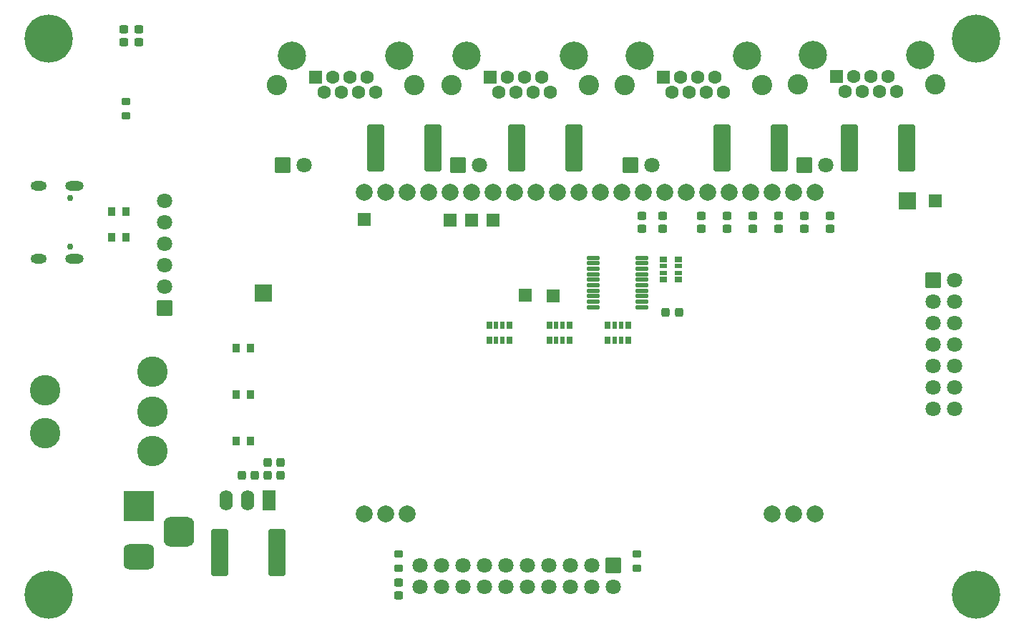
<source format=gbs>
%TF.GenerationSoftware,KiCad,Pcbnew,9.0.4*%
%TF.CreationDate,2025-09-16T13:45:21-04:00*%
%TF.ProjectId,cern-display-controller,6365726e-2d64-4697-9370-6c61792d636f,rev?*%
%TF.SameCoordinates,Original*%
%TF.FileFunction,Soldermask,Bot*%
%TF.FilePolarity,Negative*%
%FSLAX46Y46*%
G04 Gerber Fmt 4.6, Leading zero omitted, Abs format (unit mm)*
G04 Created by KiCad (PCBNEW 9.0.4) date 2025-09-16 13:45:21*
%MOMM*%
%LPD*%
G01*
G04 APERTURE LIST*
G04 Aperture macros list*
%AMRoundRect*
0 Rectangle with rounded corners*
0 $1 Rounding radius*
0 $2 $3 $4 $5 $6 $7 $8 $9 X,Y pos of 4 corners*
0 Add a 4 corners polygon primitive as box body*
4,1,4,$2,$3,$4,$5,$6,$7,$8,$9,$2,$3,0*
0 Add four circle primitives for the rounded corners*
1,1,$1+$1,$2,$3*
1,1,$1+$1,$4,$5*
1,1,$1+$1,$6,$7*
1,1,$1+$1,$8,$9*
0 Add four rect primitives between the rounded corners*
20,1,$1+$1,$2,$3,$4,$5,0*
20,1,$1+$1,$4,$5,$6,$7,0*
20,1,$1+$1,$6,$7,$8,$9,0*
20,1,$1+$1,$8,$9,$2,$3,0*%
G04 Aperture macros list end*
%ADD10C,0.751600*%
%ADD11O,2.201600X1.101600*%
%ADD12O,1.901600X1.101600*%
%ADD13C,3.601600*%
%ADD14C,3.351600*%
%ADD15RoundRect,0.050800X-0.750000X-0.750000X0.750000X-0.750000X0.750000X0.750000X-0.750000X0.750000X0*%
%ADD16C,1.601600*%
%ADD17C,2.401600*%
%ADD18C,3.701600*%
%ADD19C,5.701600*%
%ADD20C,2.006600*%
%ADD21RoundRect,0.050800X0.750000X1.150000X-0.750000X1.150000X-0.750000X-1.150000X0.750000X-1.150000X0*%
%ADD22O,1.601600X2.401600*%
%ADD23RoundRect,0.050800X0.850000X-0.850000X0.850000X0.850000X-0.850000X0.850000X-0.850000X-0.850000X0*%
%ADD24C,1.801600*%
%ADD25RoundRect,0.050800X-0.850000X0.850000X-0.850000X-0.850000X0.850000X-0.850000X0.850000X0.850000X0*%
%ADD26RoundRect,0.050800X-0.850000X-0.850000X0.850000X-0.850000X0.850000X0.850000X-0.850000X0.850000X0*%
%ADD27RoundRect,0.050800X1.750000X-1.750000X1.750000X1.750000X-1.750000X1.750000X-1.750000X-1.750000X0*%
%ADD28RoundRect,0.775400X1.025400X-0.775400X1.025400X0.775400X-1.025400X0.775400X-1.025400X-0.775400X0*%
%ADD29RoundRect,0.900400X0.900400X-0.900400X0.900400X0.900400X-0.900400X0.900400X-0.900400X-0.900400X0*%
%ADD30RoundRect,0.050800X0.850000X0.850000X-0.850000X0.850000X-0.850000X-0.850000X0.850000X-0.850000X0*%
%ADD31RoundRect,0.250400X-0.250400X-0.275400X0.250400X-0.275400X0.250400X0.275400X-0.250400X0.275400X0*%
%ADD32RoundRect,0.225400X-0.225400X-0.300400X0.225400X-0.300400X0.225400X0.300400X-0.225400X0.300400X0*%
%ADD33RoundRect,0.225400X-0.300400X0.225400X-0.300400X-0.225400X0.300400X-0.225400X0.300400X0.225400X0*%
%ADD34RoundRect,0.050800X-0.250000X0.400000X-0.250000X-0.400000X0.250000X-0.400000X0.250000X0.400000X0*%
%ADD35RoundRect,0.050800X-0.200000X0.400000X-0.200000X-0.400000X0.200000X-0.400000X0.200000X0.400000X0*%
%ADD36RoundRect,0.263195X0.750105X2.512605X-0.750105X2.512605X-0.750105X-2.512605X0.750105X-2.512605X0*%
%ADD37RoundRect,0.250400X-0.275400X0.250400X-0.275400X-0.250400X0.275400X-0.250400X0.275400X0.250400X0*%
%ADD38RoundRect,0.250400X0.275400X-0.250400X0.275400X0.250400X-0.275400X0.250400X-0.275400X-0.250400X0*%
%ADD39RoundRect,0.125400X-0.662900X-0.125400X0.662900X-0.125400X0.662900X0.125400X-0.662900X0.125400X0*%
%ADD40RoundRect,0.050800X0.750000X0.750000X-0.750000X0.750000X-0.750000X-0.750000X0.750000X-0.750000X0*%
%ADD41RoundRect,0.050800X-0.400000X-0.250000X0.400000X-0.250000X0.400000X0.250000X-0.400000X0.250000X0*%
%ADD42RoundRect,0.050800X-0.400000X-0.200000X0.400000X-0.200000X0.400000X0.200000X-0.400000X0.200000X0*%
%ADD43RoundRect,0.050800X1.000000X1.000000X-1.000000X1.000000X-1.000000X-1.000000X1.000000X-1.000000X0*%
%ADD44RoundRect,0.250400X0.250400X0.275400X-0.250400X0.275400X-0.250400X-0.275400X0.250400X-0.275400X0*%
%ADD45RoundRect,0.263195X-0.750105X-2.512605X0.750105X-2.512605X0.750105X2.512605X-0.750105X2.512605X0*%
%ADD46RoundRect,0.225400X0.300400X-0.225400X0.300400X0.225400X-0.300400X0.225400X-0.300400X-0.225400X0*%
G04 APERTURE END LIST*
D10*
%TO.C,CN6*%
X102364000Y-80422000D03*
X102364000Y-86202000D03*
D11*
X102884000Y-78992000D03*
D12*
X98684000Y-78992000D03*
D11*
X102884000Y-87632000D03*
D12*
X98684000Y-87632000D03*
%TD*%
D13*
%TO.C,SW1*%
X99453500Y-103160000D03*
X99453500Y-108240000D03*
X112153500Y-110400000D03*
X112153500Y-105700000D03*
X112153500Y-101000000D03*
%TD*%
D14*
%TO.C,CN4*%
X169800000Y-63585000D03*
X182500000Y-63585000D03*
D15*
X172590000Y-66125000D03*
D16*
X173606000Y-67905000D03*
X174622000Y-66125000D03*
X175638000Y-67905000D03*
X176654000Y-66125000D03*
X177670000Y-67905000D03*
X178686000Y-66125000D03*
X179702000Y-67905000D03*
D17*
X168020000Y-67015000D03*
X184280000Y-67015000D03*
%TD*%
D18*
%TO.C,REF\u002A\u002A*%
X209550000Y-61550550D03*
D19*
X209550000Y-61550550D03*
%TD*%
D14*
%TO.C,CN5*%
X190300000Y-63500000D03*
X203000000Y-63500000D03*
D15*
X193090000Y-66040000D03*
D16*
X194106000Y-67820000D03*
X195122000Y-66040000D03*
X196138000Y-67820000D03*
X197154000Y-66040000D03*
X198170000Y-67820000D03*
X199186000Y-66040000D03*
X200202000Y-67820000D03*
D17*
X188520000Y-66930000D03*
X204780000Y-66930000D03*
%TD*%
D14*
%TO.C,CN3*%
X149300000Y-63585000D03*
X162000000Y-63585000D03*
D15*
X152090000Y-66125000D03*
D16*
X153106000Y-67905000D03*
X154122000Y-66125000D03*
X155138000Y-67905000D03*
X156154000Y-66125000D03*
X157170000Y-67905000D03*
X158186000Y-66125000D03*
X159202000Y-67905000D03*
D17*
X147520000Y-67015000D03*
X163780000Y-67015000D03*
%TD*%
D20*
%TO.C,DSP1*%
X137160000Y-117856000D03*
X139700000Y-117856000D03*
X142240000Y-117856000D03*
X185420000Y-117856000D03*
X187960000Y-117856000D03*
X190500000Y-117856000D03*
X190500000Y-79756000D03*
X187960000Y-79756000D03*
X185420000Y-79756000D03*
X182880000Y-79756000D03*
X180340000Y-79756000D03*
X177800000Y-79756000D03*
X175260000Y-79756000D03*
X172720000Y-79756000D03*
X170180000Y-79756000D03*
X167640000Y-79756000D03*
X165100000Y-79756000D03*
X162560000Y-79756000D03*
X160020000Y-79756000D03*
X157480000Y-79756000D03*
X154940000Y-79756000D03*
X152400000Y-79756000D03*
X149860000Y-79756000D03*
X147320000Y-79756000D03*
X144780000Y-79756000D03*
X142240000Y-79756000D03*
X139700000Y-79756000D03*
X137160000Y-79756000D03*
%TD*%
D18*
%TO.C,REF\u002A\u002A*%
X99822000Y-127425450D03*
D19*
X99822000Y-127425450D03*
%TD*%
D21*
%TO.C,U1*%
X125894000Y-116233500D03*
D22*
X123354000Y-116233500D03*
X120814000Y-116233500D03*
%TD*%
D23*
%TO.C,JP3*%
X168656000Y-76500000D03*
D24*
X171196000Y-76500000D03*
%TD*%
D23*
%TO.C,JP4*%
X189230000Y-76500000D03*
D24*
X191770000Y-76500000D03*
%TD*%
D25*
%TO.C,CN8*%
X166624000Y-123952000D03*
D24*
X166624000Y-126492000D03*
X164084000Y-123952000D03*
X164084000Y-126492000D03*
X161544000Y-123952000D03*
X161544000Y-126492000D03*
X159004000Y-123952000D03*
X159004000Y-126492000D03*
X156464000Y-123952000D03*
X156464000Y-126492000D03*
X153924000Y-123952000D03*
X153924000Y-126492000D03*
X151384000Y-123952000D03*
X151384000Y-126492000D03*
X148844000Y-123952000D03*
X148844000Y-126492000D03*
X146304000Y-123952000D03*
X146304000Y-126492000D03*
X143764000Y-123952000D03*
X143764000Y-126492000D03*
%TD*%
D14*
%TO.C,CN2*%
X128614000Y-63585000D03*
X141314000Y-63585000D03*
D15*
X131404000Y-66125000D03*
D16*
X132420000Y-67905000D03*
X133436000Y-66125000D03*
X134452000Y-67905000D03*
X135468000Y-66125000D03*
X136484000Y-67905000D03*
X137500000Y-66125000D03*
X138516000Y-67905000D03*
D17*
X126834000Y-67015000D03*
X143094000Y-67015000D03*
%TD*%
D18*
%TO.C,REF\u002A\u002A*%
X99822000Y-61550550D03*
D19*
X99822000Y-61550550D03*
%TD*%
D15*
%TO.C,TP1*%
X204724000Y-80772000D03*
%TD*%
D26*
%TO.C,CN9*%
X204470000Y-90170000D03*
D24*
X207010000Y-90170000D03*
X204470000Y-92710000D03*
X207010000Y-92710000D03*
X204470000Y-95250000D03*
X207010000Y-95250000D03*
X204470000Y-97790000D03*
X207010000Y-97790000D03*
X204470000Y-100330000D03*
X207010000Y-100330000D03*
X204470000Y-102870000D03*
X207010000Y-102870000D03*
X204470000Y-105410000D03*
X207010000Y-105410000D03*
%TD*%
D27*
%TO.C,CN1*%
X110548500Y-116936000D03*
D28*
X110548500Y-122936000D03*
D29*
X115248500Y-119936000D03*
%TD*%
D23*
%TO.C,JP1*%
X127500000Y-76500000D03*
D24*
X130040000Y-76500000D03*
%TD*%
D30*
%TO.C,CN7*%
X113538000Y-93472000D03*
D24*
X113538000Y-90932000D03*
X113538000Y-88392000D03*
X113538000Y-85852000D03*
X113538000Y-83312000D03*
X113538000Y-80772000D03*
%TD*%
D23*
%TO.C,JP2*%
X148238861Y-76493504D03*
D24*
X150778861Y-76493504D03*
%TD*%
D18*
%TO.C,REF\u002A\u002A*%
X209550000Y-127425450D03*
D19*
X209550000Y-127425450D03*
%TD*%
D31*
%TO.C,C5*%
X172846462Y-93980000D03*
X174396462Y-93980000D03*
%TD*%
D32*
%TO.C,R4*%
X122065500Y-103690000D03*
X123715500Y-103690000D03*
%TD*%
D33*
%TO.C,R6*%
X141224000Y-122619000D03*
X141224000Y-124269000D03*
%TD*%
D15*
%TO.C,TP4*%
X159500000Y-92000000D03*
%TD*%
D34*
%TO.C,RN2*%
X151962000Y-95500000D03*
D35*
X152762000Y-95500000D03*
X153562000Y-95500000D03*
D34*
X154362000Y-95500000D03*
X154362000Y-97300000D03*
D35*
X153562000Y-97300000D03*
X152762000Y-97300000D03*
D34*
X151962000Y-97300000D03*
%TD*%
D36*
%TO.C,F4*%
X201387500Y-74500000D03*
X194612500Y-74500000D03*
%TD*%
D37*
%TO.C,C12*%
X180086000Y-82524000D03*
X180086000Y-84074000D03*
%TD*%
D38*
%TO.C,C15*%
X170000000Y-84087000D03*
X170000000Y-82537000D03*
%TD*%
D39*
%TO.C,U2*%
X164275000Y-93350000D03*
X164275000Y-92700000D03*
X164275000Y-92050000D03*
X164275000Y-91400000D03*
X164275000Y-90750000D03*
X164275000Y-90100000D03*
X164275000Y-89450000D03*
X164275000Y-88800000D03*
X164275000Y-88150000D03*
X164275000Y-87500000D03*
X170000000Y-87500000D03*
X170000000Y-88150000D03*
X170000000Y-88800000D03*
X170000000Y-89450000D03*
X170000000Y-90100000D03*
X170000000Y-90750000D03*
X170000000Y-91400000D03*
X170000000Y-92050000D03*
X170000000Y-92700000D03*
X170000000Y-93350000D03*
%TD*%
D37*
%TO.C,C14*%
X192278000Y-82524000D03*
X192278000Y-84074000D03*
%TD*%
D32*
%TO.C,R3*%
X122065500Y-98190000D03*
X123715500Y-98190000D03*
%TD*%
D38*
%TO.C,C8*%
X141224000Y-127521000D03*
X141224000Y-125971000D03*
%TD*%
D37*
%TO.C,C10*%
X186182000Y-82511000D03*
X186182000Y-84061000D03*
%TD*%
D40*
%TO.C,TP8*%
X152400000Y-83058000D03*
%TD*%
D36*
%TO.C,F5*%
X126831500Y-122428000D03*
X120056500Y-122428000D03*
%TD*%
D34*
%TO.C,RN1*%
X159074000Y-95500000D03*
D35*
X159874000Y-95500000D03*
X160674000Y-95500000D03*
D34*
X161474000Y-95500000D03*
X161474000Y-97300000D03*
D35*
X160674000Y-97300000D03*
X159874000Y-97300000D03*
D34*
X159074000Y-97300000D03*
%TD*%
D41*
%TO.C,RN4*%
X172582000Y-90100000D03*
D42*
X172582000Y-89300000D03*
X172582000Y-88500000D03*
D41*
X172582000Y-87700000D03*
X174382000Y-87700000D03*
D42*
X174382000Y-88500000D03*
X174382000Y-89300000D03*
D41*
X174382000Y-90100000D03*
%TD*%
D38*
%TO.C,C16*%
X172510000Y-84087000D03*
X172510000Y-82537000D03*
%TD*%
D43*
%TO.C,TP3*%
X201422000Y-80772000D03*
%TD*%
D40*
%TO.C,TP6*%
X137160000Y-82992000D03*
%TD*%
D44*
%TO.C,C1*%
X127267000Y-113284000D03*
X125717000Y-113284000D03*
%TD*%
D33*
%TO.C,R8*%
X108966000Y-69025000D03*
X108966000Y-70675000D03*
%TD*%
D37*
%TO.C,C9*%
X189230000Y-82524000D03*
X189230000Y-84074000D03*
%TD*%
D38*
%TO.C,C6*%
X108712000Y-61989000D03*
X108712000Y-60439000D03*
%TD*%
D32*
%TO.C,Rx-2*%
X107316000Y-85090000D03*
X108966000Y-85090000D03*
%TD*%
D44*
%TO.C,C2*%
X127267000Y-111760000D03*
X125717000Y-111760000D03*
%TD*%
D40*
%TO.C,TP7*%
X147320000Y-83058000D03*
%TD*%
%TO.C,TP9*%
X149860000Y-83058000D03*
%TD*%
D31*
%TO.C,C3*%
X122669000Y-113284000D03*
X124219000Y-113284000D03*
%TD*%
D40*
%TO.C,TP5*%
X156210000Y-91948000D03*
%TD*%
D45*
%TO.C,F3*%
X179500000Y-74500000D03*
X186275000Y-74500000D03*
%TD*%
D32*
%TO.C,Rx-1*%
X107316000Y-82042000D03*
X108966000Y-82042000D03*
%TD*%
D36*
%TO.C,F2*%
X162000000Y-74500000D03*
X155225000Y-74500000D03*
%TD*%
D45*
%TO.C,F1*%
X138500000Y-74500000D03*
X145275000Y-74500000D03*
%TD*%
D37*
%TO.C,C11*%
X183134000Y-82524000D03*
X183134000Y-84074000D03*
%TD*%
D43*
%TO.C,TP2*%
X125222000Y-91694000D03*
%TD*%
D37*
%TO.C,C13*%
X177038000Y-82524000D03*
X177038000Y-84074000D03*
%TD*%
D32*
%TO.C,R5*%
X122065500Y-109190000D03*
X123715500Y-109190000D03*
%TD*%
D34*
%TO.C,RN3*%
X166000000Y-95500000D03*
D35*
X166800000Y-95500000D03*
X167600000Y-95500000D03*
D34*
X168400000Y-95500000D03*
X168400000Y-97300000D03*
D35*
X167600000Y-97300000D03*
X166800000Y-97300000D03*
D34*
X166000000Y-97300000D03*
%TD*%
D37*
%TO.C,C7*%
X110490000Y-60439000D03*
X110490000Y-61989000D03*
%TD*%
D46*
%TO.C,R7*%
X169418000Y-124269000D03*
X169418000Y-122619000D03*
%TD*%
M02*

</source>
